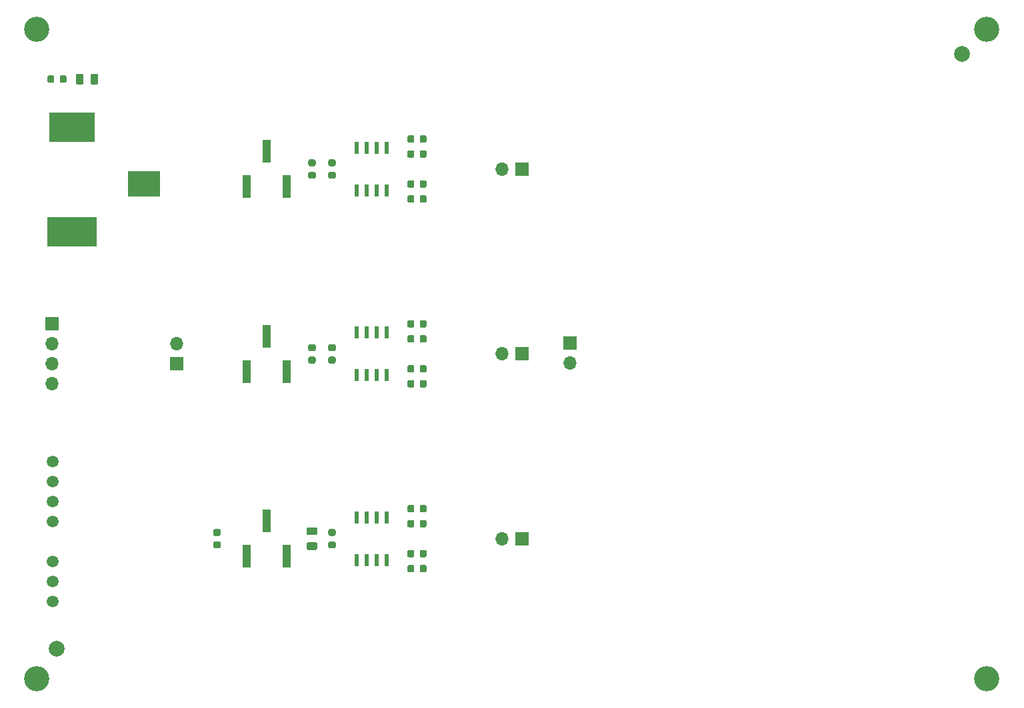
<source format=gbr>
%TF.GenerationSoftware,KiCad,Pcbnew,(5.1.7)-1*%
%TF.CreationDate,2021-04-26T16:00:27-05:00*%
%TF.ProjectId,PID Demo Board,50494420-4465-46d6-9f20-426f6172642e,1.0*%
%TF.SameCoordinates,Original*%
%TF.FileFunction,Soldermask,Top*%
%TF.FilePolarity,Negative*%
%FSLAX46Y46*%
G04 Gerber Fmt 4.6, Leading zero omitted, Abs format (unit mm)*
G04 Created by KiCad (PCBNEW (5.1.7)-1) date 2021-04-26 16:00:27*
%MOMM*%
%LPD*%
G01*
G04 APERTURE LIST*
%ADD10R,4.060000X3.300000*%
%ADD11R,5.760000X3.810000*%
%ADD12R,6.350000X3.810000*%
%ADD13C,2.000000*%
%ADD14C,3.200000*%
%ADD15R,1.700000X1.700000*%
%ADD16O,1.700000X1.700000*%
%ADD17R,1.000000X3.000000*%
%ADD18R,0.600000X1.550000*%
%ADD19C,1.509000*%
G04 APERTURE END LIST*
%TO.C,C1*%
G36*
G01*
X127285000Y-140078750D02*
X127285000Y-140591250D01*
G75*
G02*
X127066250Y-140810000I-218750J0D01*
G01*
X126628750Y-140810000D01*
G75*
G02*
X126410000Y-140591250I0J218750D01*
G01*
X126410000Y-140078750D01*
G75*
G02*
X126628750Y-139860000I218750J0D01*
G01*
X127066250Y-139860000D01*
G75*
G02*
X127285000Y-140078750I0J-218750D01*
G01*
G37*
G36*
G01*
X128860000Y-140078750D02*
X128860000Y-140591250D01*
G75*
G02*
X128641250Y-140810000I-218750J0D01*
G01*
X128203750Y-140810000D01*
G75*
G02*
X127985000Y-140591250I0J218750D01*
G01*
X127985000Y-140078750D01*
G75*
G02*
X128203750Y-139860000I218750J0D01*
G01*
X128641250Y-139860000D01*
G75*
G02*
X128860000Y-140078750I0J-218750D01*
G01*
G37*
%TD*%
%TO.C,C2*%
G36*
G01*
X127285000Y-141983750D02*
X127285000Y-142496250D01*
G75*
G02*
X127066250Y-142715000I-218750J0D01*
G01*
X126628750Y-142715000D01*
G75*
G02*
X126410000Y-142496250I0J218750D01*
G01*
X126410000Y-141983750D01*
G75*
G02*
X126628750Y-141765000I218750J0D01*
G01*
X127066250Y-141765000D01*
G75*
G02*
X127285000Y-141983750I0J-218750D01*
G01*
G37*
G36*
G01*
X128860000Y-141983750D02*
X128860000Y-142496250D01*
G75*
G02*
X128641250Y-142715000I-218750J0D01*
G01*
X128203750Y-142715000D01*
G75*
G02*
X127985000Y-142496250I0J218750D01*
G01*
X127985000Y-141983750D01*
G75*
G02*
X128203750Y-141765000I218750J0D01*
G01*
X128641250Y-141765000D01*
G75*
G02*
X128860000Y-141983750I0J-218750D01*
G01*
G37*
%TD*%
%TO.C,C3*%
G36*
G01*
X128860000Y-145793750D02*
X128860000Y-146306250D01*
G75*
G02*
X128641250Y-146525000I-218750J0D01*
G01*
X128203750Y-146525000D01*
G75*
G02*
X127985000Y-146306250I0J218750D01*
G01*
X127985000Y-145793750D01*
G75*
G02*
X128203750Y-145575000I218750J0D01*
G01*
X128641250Y-145575000D01*
G75*
G02*
X128860000Y-145793750I0J-218750D01*
G01*
G37*
G36*
G01*
X127285000Y-145793750D02*
X127285000Y-146306250D01*
G75*
G02*
X127066250Y-146525000I-218750J0D01*
G01*
X126628750Y-146525000D01*
G75*
G02*
X126410000Y-146306250I0J218750D01*
G01*
X126410000Y-145793750D01*
G75*
G02*
X126628750Y-145575000I218750J0D01*
G01*
X127066250Y-145575000D01*
G75*
G02*
X127285000Y-145793750I0J-218750D01*
G01*
G37*
%TD*%
%TO.C,C4*%
G36*
G01*
X128860000Y-147698750D02*
X128860000Y-148211250D01*
G75*
G02*
X128641250Y-148430000I-218750J0D01*
G01*
X128203750Y-148430000D01*
G75*
G02*
X127985000Y-148211250I0J218750D01*
G01*
X127985000Y-147698750D01*
G75*
G02*
X128203750Y-147480000I218750J0D01*
G01*
X128641250Y-147480000D01*
G75*
G02*
X128860000Y-147698750I0J-218750D01*
G01*
G37*
G36*
G01*
X127285000Y-147698750D02*
X127285000Y-148211250D01*
G75*
G02*
X127066250Y-148430000I-218750J0D01*
G01*
X126628750Y-148430000D01*
G75*
G02*
X126410000Y-148211250I0J218750D01*
G01*
X126410000Y-147698750D01*
G75*
G02*
X126628750Y-147480000I218750J0D01*
G01*
X127066250Y-147480000D01*
G75*
G02*
X127285000Y-147698750I0J-218750D01*
G01*
G37*
%TD*%
%TO.C,C5*%
G36*
G01*
X128860000Y-118488750D02*
X128860000Y-119001250D01*
G75*
G02*
X128641250Y-119220000I-218750J0D01*
G01*
X128203750Y-119220000D01*
G75*
G02*
X127985000Y-119001250I0J218750D01*
G01*
X127985000Y-118488750D01*
G75*
G02*
X128203750Y-118270000I218750J0D01*
G01*
X128641250Y-118270000D01*
G75*
G02*
X128860000Y-118488750I0J-218750D01*
G01*
G37*
G36*
G01*
X127285000Y-118488750D02*
X127285000Y-119001250D01*
G75*
G02*
X127066250Y-119220000I-218750J0D01*
G01*
X126628750Y-119220000D01*
G75*
G02*
X126410000Y-119001250I0J218750D01*
G01*
X126410000Y-118488750D01*
G75*
G02*
X126628750Y-118270000I218750J0D01*
G01*
X127066250Y-118270000D01*
G75*
G02*
X127285000Y-118488750I0J-218750D01*
G01*
G37*
%TD*%
%TO.C,C6*%
G36*
G01*
X127285000Y-116583750D02*
X127285000Y-117096250D01*
G75*
G02*
X127066250Y-117315000I-218750J0D01*
G01*
X126628750Y-117315000D01*
G75*
G02*
X126410000Y-117096250I0J218750D01*
G01*
X126410000Y-116583750D01*
G75*
G02*
X126628750Y-116365000I218750J0D01*
G01*
X127066250Y-116365000D01*
G75*
G02*
X127285000Y-116583750I0J-218750D01*
G01*
G37*
G36*
G01*
X128860000Y-116583750D02*
X128860000Y-117096250D01*
G75*
G02*
X128641250Y-117315000I-218750J0D01*
G01*
X128203750Y-117315000D01*
G75*
G02*
X127985000Y-117096250I0J218750D01*
G01*
X127985000Y-116583750D01*
G75*
G02*
X128203750Y-116365000I218750J0D01*
G01*
X128641250Y-116365000D01*
G75*
G02*
X128860000Y-116583750I0J-218750D01*
G01*
G37*
%TD*%
%TO.C,C7*%
G36*
G01*
X128860000Y-124203750D02*
X128860000Y-124716250D01*
G75*
G02*
X128641250Y-124935000I-218750J0D01*
G01*
X128203750Y-124935000D01*
G75*
G02*
X127985000Y-124716250I0J218750D01*
G01*
X127985000Y-124203750D01*
G75*
G02*
X128203750Y-123985000I218750J0D01*
G01*
X128641250Y-123985000D01*
G75*
G02*
X128860000Y-124203750I0J-218750D01*
G01*
G37*
G36*
G01*
X127285000Y-124203750D02*
X127285000Y-124716250D01*
G75*
G02*
X127066250Y-124935000I-218750J0D01*
G01*
X126628750Y-124935000D01*
G75*
G02*
X126410000Y-124716250I0J218750D01*
G01*
X126410000Y-124203750D01*
G75*
G02*
X126628750Y-123985000I218750J0D01*
G01*
X127066250Y-123985000D01*
G75*
G02*
X127285000Y-124203750I0J-218750D01*
G01*
G37*
%TD*%
%TO.C,C8*%
G36*
G01*
X127285000Y-122298750D02*
X127285000Y-122811250D01*
G75*
G02*
X127066250Y-123030000I-218750J0D01*
G01*
X126628750Y-123030000D01*
G75*
G02*
X126410000Y-122811250I0J218750D01*
G01*
X126410000Y-122298750D01*
G75*
G02*
X126628750Y-122080000I218750J0D01*
G01*
X127066250Y-122080000D01*
G75*
G02*
X127285000Y-122298750I0J-218750D01*
G01*
G37*
G36*
G01*
X128860000Y-122298750D02*
X128860000Y-122811250D01*
G75*
G02*
X128641250Y-123030000I-218750J0D01*
G01*
X128203750Y-123030000D01*
G75*
G02*
X127985000Y-122811250I0J218750D01*
G01*
X127985000Y-122298750D01*
G75*
G02*
X128203750Y-122080000I218750J0D01*
G01*
X128641250Y-122080000D01*
G75*
G02*
X128860000Y-122298750I0J-218750D01*
G01*
G37*
%TD*%
%TO.C,C9*%
G36*
G01*
X127285000Y-93088750D02*
X127285000Y-93601250D01*
G75*
G02*
X127066250Y-93820000I-218750J0D01*
G01*
X126628750Y-93820000D01*
G75*
G02*
X126410000Y-93601250I0J218750D01*
G01*
X126410000Y-93088750D01*
G75*
G02*
X126628750Y-92870000I218750J0D01*
G01*
X127066250Y-92870000D01*
G75*
G02*
X127285000Y-93088750I0J-218750D01*
G01*
G37*
G36*
G01*
X128860000Y-93088750D02*
X128860000Y-93601250D01*
G75*
G02*
X128641250Y-93820000I-218750J0D01*
G01*
X128203750Y-93820000D01*
G75*
G02*
X127985000Y-93601250I0J218750D01*
G01*
X127985000Y-93088750D01*
G75*
G02*
X128203750Y-92870000I218750J0D01*
G01*
X128641250Y-92870000D01*
G75*
G02*
X128860000Y-93088750I0J-218750D01*
G01*
G37*
%TD*%
%TO.C,C10*%
G36*
G01*
X127285000Y-94993750D02*
X127285000Y-95506250D01*
G75*
G02*
X127066250Y-95725000I-218750J0D01*
G01*
X126628750Y-95725000D01*
G75*
G02*
X126410000Y-95506250I0J218750D01*
G01*
X126410000Y-94993750D01*
G75*
G02*
X126628750Y-94775000I218750J0D01*
G01*
X127066250Y-94775000D01*
G75*
G02*
X127285000Y-94993750I0J-218750D01*
G01*
G37*
G36*
G01*
X128860000Y-94993750D02*
X128860000Y-95506250D01*
G75*
G02*
X128641250Y-95725000I-218750J0D01*
G01*
X128203750Y-95725000D01*
G75*
G02*
X127985000Y-95506250I0J218750D01*
G01*
X127985000Y-94993750D01*
G75*
G02*
X128203750Y-94775000I218750J0D01*
G01*
X128641250Y-94775000D01*
G75*
G02*
X128860000Y-94993750I0J-218750D01*
G01*
G37*
%TD*%
%TO.C,C11*%
G36*
G01*
X128860000Y-98803750D02*
X128860000Y-99316250D01*
G75*
G02*
X128641250Y-99535000I-218750J0D01*
G01*
X128203750Y-99535000D01*
G75*
G02*
X127985000Y-99316250I0J218750D01*
G01*
X127985000Y-98803750D01*
G75*
G02*
X128203750Y-98585000I218750J0D01*
G01*
X128641250Y-98585000D01*
G75*
G02*
X128860000Y-98803750I0J-218750D01*
G01*
G37*
G36*
G01*
X127285000Y-98803750D02*
X127285000Y-99316250D01*
G75*
G02*
X127066250Y-99535000I-218750J0D01*
G01*
X126628750Y-99535000D01*
G75*
G02*
X126410000Y-99316250I0J218750D01*
G01*
X126410000Y-98803750D01*
G75*
G02*
X126628750Y-98585000I218750J0D01*
G01*
X127066250Y-98585000D01*
G75*
G02*
X127285000Y-98803750I0J-218750D01*
G01*
G37*
%TD*%
%TO.C,C12*%
G36*
G01*
X128860000Y-100708750D02*
X128860000Y-101221250D01*
G75*
G02*
X128641250Y-101440000I-218750J0D01*
G01*
X128203750Y-101440000D01*
G75*
G02*
X127985000Y-101221250I0J218750D01*
G01*
X127985000Y-100708750D01*
G75*
G02*
X128203750Y-100490000I218750J0D01*
G01*
X128641250Y-100490000D01*
G75*
G02*
X128860000Y-100708750I0J-218750D01*
G01*
G37*
G36*
G01*
X127285000Y-100708750D02*
X127285000Y-101221250D01*
G75*
G02*
X127066250Y-101440000I-218750J0D01*
G01*
X126628750Y-101440000D01*
G75*
G02*
X126410000Y-101221250I0J218750D01*
G01*
X126410000Y-100708750D01*
G75*
G02*
X126628750Y-100490000I218750J0D01*
G01*
X127066250Y-100490000D01*
G75*
G02*
X127285000Y-100708750I0J-218750D01*
G01*
G37*
%TD*%
%TO.C,C13*%
G36*
G01*
X114756250Y-145570000D02*
X113843750Y-145570000D01*
G75*
G02*
X113600000Y-145326250I0J243750D01*
G01*
X113600000Y-144838750D01*
G75*
G02*
X113843750Y-144595000I243750J0D01*
G01*
X114756250Y-144595000D01*
G75*
G02*
X115000000Y-144838750I0J-243750D01*
G01*
X115000000Y-145326250D01*
G75*
G02*
X114756250Y-145570000I-243750J0D01*
G01*
G37*
G36*
G01*
X114756250Y-143695000D02*
X113843750Y-143695000D01*
G75*
G02*
X113600000Y-143451250I0J243750D01*
G01*
X113600000Y-142963750D01*
G75*
G02*
X113843750Y-142720000I243750J0D01*
G01*
X114756250Y-142720000D01*
G75*
G02*
X115000000Y-142963750I0J-243750D01*
G01*
X115000000Y-143451250D01*
G75*
G02*
X114756250Y-143695000I-243750J0D01*
G01*
G37*
%TD*%
%TO.C,C14*%
G36*
G01*
X116583750Y-142920000D02*
X117096250Y-142920000D01*
G75*
G02*
X117315000Y-143138750I0J-218750D01*
G01*
X117315000Y-143576250D01*
G75*
G02*
X117096250Y-143795000I-218750J0D01*
G01*
X116583750Y-143795000D01*
G75*
G02*
X116365000Y-143576250I0J218750D01*
G01*
X116365000Y-143138750D01*
G75*
G02*
X116583750Y-142920000I218750J0D01*
G01*
G37*
G36*
G01*
X116583750Y-144495000D02*
X117096250Y-144495000D01*
G75*
G02*
X117315000Y-144713750I0J-218750D01*
G01*
X117315000Y-145151250D01*
G75*
G02*
X117096250Y-145370000I-218750J0D01*
G01*
X116583750Y-145370000D01*
G75*
G02*
X116365000Y-145151250I0J218750D01*
G01*
X116365000Y-144713750D01*
G75*
G02*
X116583750Y-144495000I218750J0D01*
G01*
G37*
%TD*%
%TO.C,C15*%
G36*
G01*
X116583750Y-119425000D02*
X117096250Y-119425000D01*
G75*
G02*
X117315000Y-119643750I0J-218750D01*
G01*
X117315000Y-120081250D01*
G75*
G02*
X117096250Y-120300000I-218750J0D01*
G01*
X116583750Y-120300000D01*
G75*
G02*
X116365000Y-120081250I0J218750D01*
G01*
X116365000Y-119643750D01*
G75*
G02*
X116583750Y-119425000I218750J0D01*
G01*
G37*
G36*
G01*
X116583750Y-121000000D02*
X117096250Y-121000000D01*
G75*
G02*
X117315000Y-121218750I0J-218750D01*
G01*
X117315000Y-121656250D01*
G75*
G02*
X117096250Y-121875000I-218750J0D01*
G01*
X116583750Y-121875000D01*
G75*
G02*
X116365000Y-121656250I0J218750D01*
G01*
X116365000Y-121218750D01*
G75*
G02*
X116583750Y-121000000I218750J0D01*
G01*
G37*
%TD*%
D10*
%TO.C,CON1*%
X92960000Y-99060000D03*
D11*
X83820000Y-91870000D03*
D12*
X83820000Y-105160000D03*
%TD*%
%TO.C,D1*%
G36*
G01*
X87150000Y-85268750D02*
X87150000Y-86181250D01*
G75*
G02*
X86906250Y-86425000I-243750J0D01*
G01*
X86418750Y-86425000D01*
G75*
G02*
X86175000Y-86181250I0J243750D01*
G01*
X86175000Y-85268750D01*
G75*
G02*
X86418750Y-85025000I243750J0D01*
G01*
X86906250Y-85025000D01*
G75*
G02*
X87150000Y-85268750I0J-243750D01*
G01*
G37*
G36*
G01*
X85275000Y-85268750D02*
X85275000Y-86181250D01*
G75*
G02*
X85031250Y-86425000I-243750J0D01*
G01*
X84543750Y-86425000D01*
G75*
G02*
X84300000Y-86181250I0J243750D01*
G01*
X84300000Y-85268750D01*
G75*
G02*
X84543750Y-85025000I243750J0D01*
G01*
X85031250Y-85025000D01*
G75*
G02*
X85275000Y-85268750I0J-243750D01*
G01*
G37*
%TD*%
D13*
%TO.C,FID1*%
X81915000Y-158115000D03*
%TD*%
%TO.C,FID2*%
X196850000Y-82550000D03*
%TD*%
D14*
%TO.C,H1*%
X200025000Y-161925000D03*
%TD*%
%TO.C,H2*%
X79375000Y-161925000D03*
%TD*%
%TO.C,H3*%
X79375000Y-79375000D03*
%TD*%
%TO.C,H4*%
X200025000Y-79375000D03*
%TD*%
D15*
%TO.C,J1*%
X81280000Y-116840000D03*
D16*
X81280000Y-119380000D03*
X81280000Y-121920000D03*
X81280000Y-124460000D03*
%TD*%
%TO.C,J2*%
X97155000Y-119380000D03*
D15*
X97155000Y-121920000D03*
%TD*%
%TO.C,J3*%
X140970000Y-144145000D03*
D16*
X138430000Y-144145000D03*
%TD*%
%TO.C,J4*%
X138430000Y-120650000D03*
D15*
X140970000Y-120650000D03*
%TD*%
%TO.C,J5*%
X140970000Y-97155000D03*
D16*
X138430000Y-97155000D03*
%TD*%
D15*
%TO.C,J6*%
X147066000Y-119253000D03*
D16*
X147066000Y-121793000D03*
%TD*%
%TO.C,R1*%
G36*
G01*
X83140000Y-85468750D02*
X83140000Y-85981250D01*
G75*
G02*
X82921250Y-86200000I-218750J0D01*
G01*
X82483750Y-86200000D01*
G75*
G02*
X82265000Y-85981250I0J218750D01*
G01*
X82265000Y-85468750D01*
G75*
G02*
X82483750Y-85250000I218750J0D01*
G01*
X82921250Y-85250000D01*
G75*
G02*
X83140000Y-85468750I0J-218750D01*
G01*
G37*
G36*
G01*
X81565000Y-85468750D02*
X81565000Y-85981250D01*
G75*
G02*
X81346250Y-86200000I-218750J0D01*
G01*
X80908750Y-86200000D01*
G75*
G02*
X80690000Y-85981250I0J218750D01*
G01*
X80690000Y-85468750D01*
G75*
G02*
X80908750Y-85250000I218750J0D01*
G01*
X81346250Y-85250000D01*
G75*
G02*
X81565000Y-85468750I0J-218750D01*
G01*
G37*
%TD*%
%TO.C,R2*%
G36*
G01*
X102491250Y-145370000D02*
X101978750Y-145370000D01*
G75*
G02*
X101760000Y-145151250I0J218750D01*
G01*
X101760000Y-144713750D01*
G75*
G02*
X101978750Y-144495000I218750J0D01*
G01*
X102491250Y-144495000D01*
G75*
G02*
X102710000Y-144713750I0J-218750D01*
G01*
X102710000Y-145151250D01*
G75*
G02*
X102491250Y-145370000I-218750J0D01*
G01*
G37*
G36*
G01*
X102491250Y-143795000D02*
X101978750Y-143795000D01*
G75*
G02*
X101760000Y-143576250I0J218750D01*
G01*
X101760000Y-143138750D01*
G75*
G02*
X101978750Y-142920000I218750J0D01*
G01*
X102491250Y-142920000D01*
G75*
G02*
X102710000Y-143138750I0J-218750D01*
G01*
X102710000Y-143576250D01*
G75*
G02*
X102491250Y-143795000I-218750J0D01*
G01*
G37*
%TD*%
%TO.C,R3*%
G36*
G01*
X114556250Y-98380000D02*
X114043750Y-98380000D01*
G75*
G02*
X113825000Y-98161250I0J218750D01*
G01*
X113825000Y-97723750D01*
G75*
G02*
X114043750Y-97505000I218750J0D01*
G01*
X114556250Y-97505000D01*
G75*
G02*
X114775000Y-97723750I0J-218750D01*
G01*
X114775000Y-98161250D01*
G75*
G02*
X114556250Y-98380000I-218750J0D01*
G01*
G37*
G36*
G01*
X114556250Y-96805000D02*
X114043750Y-96805000D01*
G75*
G02*
X113825000Y-96586250I0J218750D01*
G01*
X113825000Y-96148750D01*
G75*
G02*
X114043750Y-95930000I218750J0D01*
G01*
X114556250Y-95930000D01*
G75*
G02*
X114775000Y-96148750I0J-218750D01*
G01*
X114775000Y-96586250D01*
G75*
G02*
X114556250Y-96805000I-218750J0D01*
G01*
G37*
%TD*%
%TO.C,R4*%
G36*
G01*
X116583750Y-95930000D02*
X117096250Y-95930000D01*
G75*
G02*
X117315000Y-96148750I0J-218750D01*
G01*
X117315000Y-96586250D01*
G75*
G02*
X117096250Y-96805000I-218750J0D01*
G01*
X116583750Y-96805000D01*
G75*
G02*
X116365000Y-96586250I0J218750D01*
G01*
X116365000Y-96148750D01*
G75*
G02*
X116583750Y-95930000I218750J0D01*
G01*
G37*
G36*
G01*
X116583750Y-97505000D02*
X117096250Y-97505000D01*
G75*
G02*
X117315000Y-97723750I0J-218750D01*
G01*
X117315000Y-98161250D01*
G75*
G02*
X117096250Y-98380000I-218750J0D01*
G01*
X116583750Y-98380000D01*
G75*
G02*
X116365000Y-98161250I0J218750D01*
G01*
X116365000Y-97723750D01*
G75*
G02*
X116583750Y-97505000I218750J0D01*
G01*
G37*
%TD*%
%TO.C,R5*%
G36*
G01*
X114043750Y-119425000D02*
X114556250Y-119425000D01*
G75*
G02*
X114775000Y-119643750I0J-218750D01*
G01*
X114775000Y-120081250D01*
G75*
G02*
X114556250Y-120300000I-218750J0D01*
G01*
X114043750Y-120300000D01*
G75*
G02*
X113825000Y-120081250I0J218750D01*
G01*
X113825000Y-119643750D01*
G75*
G02*
X114043750Y-119425000I218750J0D01*
G01*
G37*
G36*
G01*
X114043750Y-121000000D02*
X114556250Y-121000000D01*
G75*
G02*
X114775000Y-121218750I0J-218750D01*
G01*
X114775000Y-121656250D01*
G75*
G02*
X114556250Y-121875000I-218750J0D01*
G01*
X114043750Y-121875000D01*
G75*
G02*
X113825000Y-121656250I0J218750D01*
G01*
X113825000Y-121218750D01*
G75*
G02*
X114043750Y-121000000I218750J0D01*
G01*
G37*
%TD*%
D17*
%TO.C,RV1*%
X106045000Y-122900000D03*
X108585000Y-118400000D03*
X111125000Y-122900000D03*
%TD*%
%TO.C,RV2*%
X111125000Y-99405000D03*
X108585000Y-94905000D03*
X106045000Y-99405000D03*
%TD*%
%TO.C,RV3*%
X111125000Y-146395000D03*
X108585000Y-141895000D03*
X106045000Y-146395000D03*
%TD*%
D18*
%TO.C,U1*%
X120015000Y-146845000D03*
X121285000Y-146845000D03*
X122555000Y-146845000D03*
X123825000Y-146845000D03*
X123825000Y-141445000D03*
X122555000Y-141445000D03*
X121285000Y-141445000D03*
X120015000Y-141445000D03*
%TD*%
%TO.C,U2*%
X120015000Y-117950000D03*
X121285000Y-117950000D03*
X122555000Y-117950000D03*
X123825000Y-117950000D03*
X123825000Y-123350000D03*
X122555000Y-123350000D03*
X121285000Y-123350000D03*
X120015000Y-123350000D03*
%TD*%
%TO.C,U3*%
X120015000Y-94455000D03*
X121285000Y-94455000D03*
X122555000Y-94455000D03*
X123825000Y-94455000D03*
X123825000Y-99855000D03*
X122555000Y-99855000D03*
X121285000Y-99855000D03*
X120015000Y-99855000D03*
%TD*%
D19*
%TO.C,U4*%
X81330000Y-134340000D03*
X81330000Y-136880000D03*
X81330000Y-139420000D03*
X81330000Y-141960000D03*
X81330000Y-147040000D03*
X81330000Y-149580000D03*
X81330000Y-152120000D03*
%TD*%
M02*

</source>
